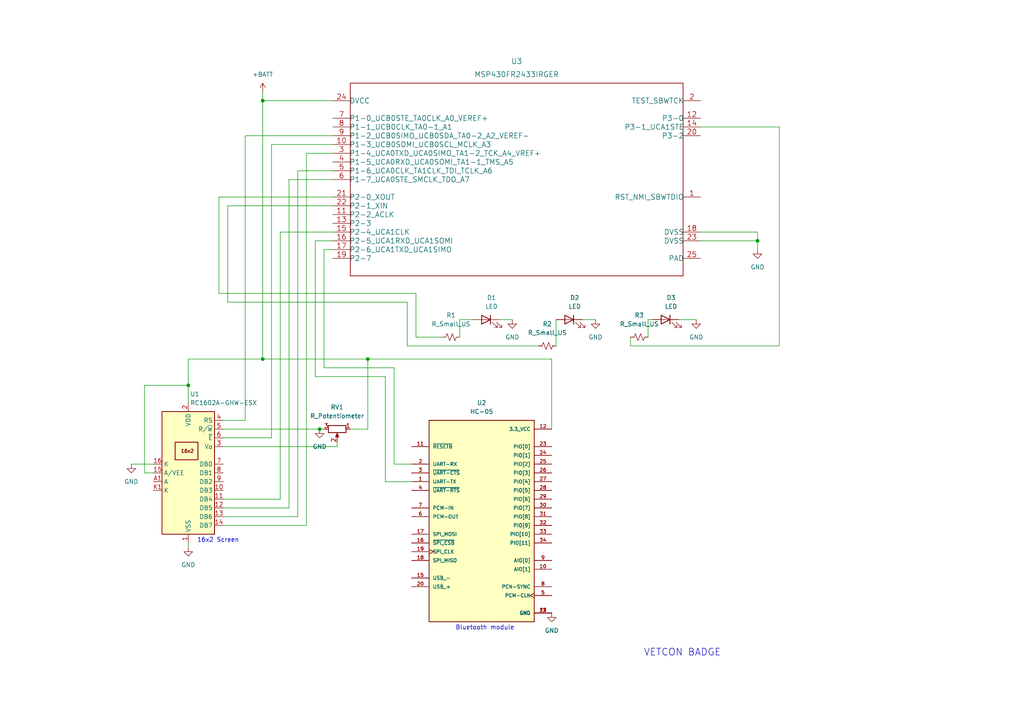
<source format=kicad_sch>
(kicad_sch (version 20211123) (generator eeschema)

  (uuid 9538e4ed-27e6-4c37-b989-9859dc0d49e8)

  (paper "A4")

  (lib_symbols
    (symbol "2022-02-01_21-37-59:MSP430FR2433IRGER" (pin_names (offset -0.254)) (in_bom yes) (on_board yes)
      (property "Reference" "U" (id 0) (at 0 2.54 0)
        (effects (font (size 1.524 1.524)))
      )
      (property "Value" "MSP430FR2433IRGER" (id 1) (at 0 0 0)
        (effects (font (size 1.524 1.524)))
      )
      (property "Footprint" "RGE0024G" (id 2) (at 0 -1.524 0)
        (effects (font (size 1.524 1.524)) hide)
      )
      (property "Datasheet" "" (id 3) (at 0 0 0)
        (effects (font (size 1.524 1.524)))
      )
      (property "ki_locked" "" (id 4) (at 0 0 0)
        (effects (font (size 1.27 1.27)))
      )
      (property "ki_fp_filters" "RGE0024G RGE0024G_NV" (id 5) (at 0 0 0)
        (effects (font (size 1.27 1.27)) hide)
      )
      (symbol "MSP430FR2433IRGER_1_1"
        (polyline
          (pts
            (xy -48.26 -27.94)
            (xy 48.26 -27.94)
          )
          (stroke (width 0.2032) (type default) (color 0 0 0 0))
          (fill (type none))
        )
        (polyline
          (pts
            (xy -48.26 27.94)
            (xy -48.26 -27.94)
          )
          (stroke (width 0.2032) (type default) (color 0 0 0 0))
          (fill (type none))
        )
        (polyline
          (pts
            (xy 48.26 -27.94)
            (xy 48.26 27.94)
          )
          (stroke (width 0.2032) (type default) (color 0 0 0 0))
          (fill (type none))
        )
        (polyline
          (pts
            (xy 48.26 27.94)
            (xy -48.26 27.94)
          )
          (stroke (width 0.2032) (type default) (color 0 0 0 0))
          (fill (type none))
        )
        (pin bidirectional line (at 53.34 -5.08 180) (length 5.08)
          (name "RST_NMI_SBWTDIO" (effects (font (size 1.4986 1.4986))))
          (number "1" (effects (font (size 1.4986 1.4986))))
        )
        (pin bidirectional line (at -53.34 10.16 0) (length 5.08)
          (name "P1-3_UCB0SOMI_UCB0SCL_MCLK_A3" (effects (font (size 1.4986 1.4986))))
          (number "10" (effects (font (size 1.4986 1.4986))))
        )
        (pin bidirectional line (at -53.34 -10.16 0) (length 5.08)
          (name "P2-2_ACLK" (effects (font (size 1.4986 1.4986))))
          (number "11" (effects (font (size 1.4986 1.4986))))
        )
        (pin bidirectional line (at 53.34 17.78 180) (length 5.08)
          (name "P3-0" (effects (font (size 1.4986 1.4986))))
          (number "12" (effects (font (size 1.4986 1.4986))))
        )
        (pin bidirectional line (at -53.34 -12.7 0) (length 5.08)
          (name "P2-3" (effects (font (size 1.4986 1.4986))))
          (number "13" (effects (font (size 1.4986 1.4986))))
        )
        (pin bidirectional line (at 53.34 15.24 180) (length 5.08)
          (name "P3-1_UCA1STE" (effects (font (size 1.4986 1.4986))))
          (number "14" (effects (font (size 1.4986 1.4986))))
        )
        (pin bidirectional line (at -53.34 -15.24 0) (length 5.08)
          (name "P2-4_UCA1CLK" (effects (font (size 1.4986 1.4986))))
          (number "15" (effects (font (size 1.4986 1.4986))))
        )
        (pin bidirectional line (at -53.34 -17.78 0) (length 5.08)
          (name "P2-5_UCA1RXD_UCA1SOMI" (effects (font (size 1.4986 1.4986))))
          (number "16" (effects (font (size 1.4986 1.4986))))
        )
        (pin bidirectional line (at -53.34 -20.32 0) (length 5.08)
          (name "P2-6_UCA1TXD_UCA1SIMO" (effects (font (size 1.4986 1.4986))))
          (number "17" (effects (font (size 1.4986 1.4986))))
        )
        (pin power_in line (at 53.34 -15.24 180) (length 5.08)
          (name "DVSS" (effects (font (size 1.4986 1.4986))))
          (number "18" (effects (font (size 1.4986 1.4986))))
        )
        (pin bidirectional line (at -53.34 -22.86 0) (length 5.08)
          (name "P2-7" (effects (font (size 1.4986 1.4986))))
          (number "19" (effects (font (size 1.4986 1.4986))))
        )
        (pin input line (at 53.34 22.86 180) (length 5.08)
          (name "TEST_SBWTCK" (effects (font (size 1.4986 1.4986))))
          (number "2" (effects (font (size 1.4986 1.4986))))
        )
        (pin bidirectional line (at 53.34 12.7 180) (length 5.08)
          (name "P3-2" (effects (font (size 1.4986 1.4986))))
          (number "20" (effects (font (size 1.4986 1.4986))))
        )
        (pin bidirectional line (at -53.34 -5.08 0) (length 5.08)
          (name "P2-0_XOUT" (effects (font (size 1.4986 1.4986))))
          (number "21" (effects (font (size 1.4986 1.4986))))
        )
        (pin bidirectional line (at -53.34 -7.62 0) (length 5.08)
          (name "P2-1_XIN" (effects (font (size 1.4986 1.4986))))
          (number "22" (effects (font (size 1.4986 1.4986))))
        )
        (pin power_in line (at 53.34 -17.78 180) (length 5.08)
          (name "DVSS" (effects (font (size 1.4986 1.4986))))
          (number "23" (effects (font (size 1.4986 1.4986))))
        )
        (pin power_in line (at -53.34 22.86 0) (length 5.08)
          (name "DVCC" (effects (font (size 1.4986 1.4986))))
          (number "24" (effects (font (size 1.4986 1.4986))))
        )
        (pin power_in line (at 53.34 -22.86 180) (length 5.08)
          (name "PAD" (effects (font (size 1.4986 1.4986))))
          (number "25" (effects (font (size 1.4986 1.4986))))
        )
        (pin bidirectional line (at -53.34 7.62 0) (length 5.08)
          (name "P1-4_UCA0TXD_UCA0SIMO_TA1-2_TCK_A4_VREF+" (effects (font (size 1.4986 1.4986))))
          (number "3" (effects (font (size 1.4986 1.4986))))
        )
        (pin bidirectional line (at -53.34 5.08 0) (length 5.08)
          (name "P1-5_UCA0RXD_UCA0SOMI_TA1-1_TMS_A5" (effects (font (size 1.4986 1.4986))))
          (number "4" (effects (font (size 1.4986 1.4986))))
        )
        (pin bidirectional line (at -53.34 2.54 0) (length 5.08)
          (name "P1-6_UCA0CLK_TA1CLK_TDI_TCLK_A6" (effects (font (size 1.4986 1.4986))))
          (number "5" (effects (font (size 1.4986 1.4986))))
        )
        (pin bidirectional line (at -53.34 0 0) (length 5.08)
          (name "P1-7_UCA0STE_SMCLK_TDO_A7" (effects (font (size 1.4986 1.4986))))
          (number "6" (effects (font (size 1.4986 1.4986))))
        )
        (pin bidirectional line (at -53.34 17.78 0) (length 5.08)
          (name "P1-0_UCB0STE_TA0CLK_A0_VEREF+" (effects (font (size 1.4986 1.4986))))
          (number "7" (effects (font (size 1.4986 1.4986))))
        )
        (pin bidirectional line (at -53.34 15.24 0) (length 5.08)
          (name "P1-1_UCB0CLK_TA0-1_A1" (effects (font (size 1.4986 1.4986))))
          (number "8" (effects (font (size 1.4986 1.4986))))
        )
        (pin bidirectional line (at -53.34 12.7 0) (length 5.08)
          (name "P1-2_UCB0SIMO_UCB0SDA_TA0-2_A2_VEREF-" (effects (font (size 1.4986 1.4986))))
          (number "9" (effects (font (size 1.4986 1.4986))))
        )
      )
    )
    (symbol "Device:LED" (pin_numbers hide) (pin_names (offset 1.016) hide) (in_bom yes) (on_board yes)
      (property "Reference" "D" (id 0) (at 0 2.54 0)
        (effects (font (size 1.27 1.27)))
      )
      (property "Value" "LED" (id 1) (at 0 -2.54 0)
        (effects (font (size 1.27 1.27)))
      )
      (property "Footprint" "" (id 2) (at 0 0 0)
        (effects (font (size 1.27 1.27)) hide)
      )
      (property "Datasheet" "~" (id 3) (at 0 0 0)
        (effects (font (size 1.27 1.27)) hide)
      )
      (property "ki_keywords" "LED diode" (id 4) (at 0 0 0)
        (effects (font (size 1.27 1.27)) hide)
      )
      (property "ki_description" "Light emitting diode" (id 5) (at 0 0 0)
        (effects (font (size 1.27 1.27)) hide)
      )
      (property "ki_fp_filters" "LED* LED_SMD:* LED_THT:*" (id 6) (at 0 0 0)
        (effects (font (size 1.27 1.27)) hide)
      )
      (symbol "LED_0_1"
        (polyline
          (pts
            (xy -1.27 -1.27)
            (xy -1.27 1.27)
          )
          (stroke (width 0.254) (type default) (color 0 0 0 0))
          (fill (type none))
        )
        (polyline
          (pts
            (xy -1.27 0)
            (xy 1.27 0)
          )
          (stroke (width 0) (type default) (color 0 0 0 0))
          (fill (type none))
        )
        (polyline
          (pts
            (xy 1.27 -1.27)
            (xy 1.27 1.27)
            (xy -1.27 0)
            (xy 1.27 -1.27)
          )
          (stroke (width 0.254) (type default) (color 0 0 0 0))
          (fill (type none))
        )
        (polyline
          (pts
            (xy -3.048 -0.762)
            (xy -4.572 -2.286)
            (xy -3.81 -2.286)
            (xy -4.572 -2.286)
            (xy -4.572 -1.524)
          )
          (stroke (width 0) (type default) (color 0 0 0 0))
          (fill (type none))
        )
        (polyline
          (pts
            (xy -1.778 -0.762)
            (xy -3.302 -2.286)
            (xy -2.54 -2.286)
            (xy -3.302 -2.286)
            (xy -3.302 -1.524)
          )
          (stroke (width 0) (type default) (color 0 0 0 0))
          (fill (type none))
        )
      )
      (symbol "LED_1_1"
        (pin passive line (at -3.81 0 0) (length 2.54)
          (name "K" (effects (font (size 1.27 1.27))))
          (number "1" (effects (font (size 1.27 1.27))))
        )
        (pin passive line (at 3.81 0 180) (length 2.54)
          (name "A" (effects (font (size 1.27 1.27))))
          (number "2" (effects (font (size 1.27 1.27))))
        )
      )
    )
    (symbol "Device:R_Potentiometer" (pin_names (offset 1.016) hide) (in_bom yes) (on_board yes)
      (property "Reference" "RV" (id 0) (at -4.445 0 90)
        (effects (font (size 1.27 1.27)))
      )
      (property "Value" "R_Potentiometer" (id 1) (at -2.54 0 90)
        (effects (font (size 1.27 1.27)))
      )
      (property "Footprint" "" (id 2) (at 0 0 0)
        (effects (font (size 1.27 1.27)) hide)
      )
      (property "Datasheet" "~" (id 3) (at 0 0 0)
        (effects (font (size 1.27 1.27)) hide)
      )
      (property "ki_keywords" "resistor variable" (id 4) (at 0 0 0)
        (effects (font (size 1.27 1.27)) hide)
      )
      (property "ki_description" "Potentiometer" (id 5) (at 0 0 0)
        (effects (font (size 1.27 1.27)) hide)
      )
      (property "ki_fp_filters" "Potentiometer*" (id 6) (at 0 0 0)
        (effects (font (size 1.27 1.27)) hide)
      )
      (symbol "R_Potentiometer_0_1"
        (polyline
          (pts
            (xy 2.54 0)
            (xy 1.524 0)
          )
          (stroke (width 0) (type default) (color 0 0 0 0))
          (fill (type none))
        )
        (polyline
          (pts
            (xy 1.143 0)
            (xy 2.286 0.508)
            (xy 2.286 -0.508)
            (xy 1.143 0)
          )
          (stroke (width 0) (type default) (color 0 0 0 0))
          (fill (type outline))
        )
        (rectangle (start 1.016 2.54) (end -1.016 -2.54)
          (stroke (width 0.254) (type default) (color 0 0 0 0))
          (fill (type none))
        )
      )
      (symbol "R_Potentiometer_1_1"
        (pin passive line (at 0 3.81 270) (length 1.27)
          (name "1" (effects (font (size 1.27 1.27))))
          (number "1" (effects (font (size 1.27 1.27))))
        )
        (pin passive line (at 3.81 0 180) (length 1.27)
          (name "2" (effects (font (size 1.27 1.27))))
          (number "2" (effects (font (size 1.27 1.27))))
        )
        (pin passive line (at 0 -3.81 90) (length 1.27)
          (name "3" (effects (font (size 1.27 1.27))))
          (number "3" (effects (font (size 1.27 1.27))))
        )
      )
    )
    (symbol "Device:R_Small_US" (pin_numbers hide) (pin_names (offset 0.254) hide) (in_bom yes) (on_board yes)
      (property "Reference" "R" (id 0) (at 0.762 0.508 0)
        (effects (font (size 1.27 1.27)) (justify left))
      )
      (property "Value" "R_Small_US" (id 1) (at 0.762 -1.016 0)
        (effects (font (size 1.27 1.27)) (justify left))
      )
      (property "Footprint" "" (id 2) (at 0 0 0)
        (effects (font (size 1.27 1.27)) hide)
      )
      (property "Datasheet" "~" (id 3) (at 0 0 0)
        (effects (font (size 1.27 1.27)) hide)
      )
      (property "ki_keywords" "r resistor" (id 4) (at 0 0 0)
        (effects (font (size 1.27 1.27)) hide)
      )
      (property "ki_description" "Resistor, small US symbol" (id 5) (at 0 0 0)
        (effects (font (size 1.27 1.27)) hide)
      )
      (property "ki_fp_filters" "R_*" (id 6) (at 0 0 0)
        (effects (font (size 1.27 1.27)) hide)
      )
      (symbol "R_Small_US_1_1"
        (polyline
          (pts
            (xy 0 0)
            (xy 1.016 -0.381)
            (xy 0 -0.762)
            (xy -1.016 -1.143)
            (xy 0 -1.524)
          )
          (stroke (width 0) (type default) (color 0 0 0 0))
          (fill (type none))
        )
        (polyline
          (pts
            (xy 0 1.524)
            (xy 1.016 1.143)
            (xy 0 0.762)
            (xy -1.016 0.381)
            (xy 0 0)
          )
          (stroke (width 0) (type default) (color 0 0 0 0))
          (fill (type none))
        )
        (pin passive line (at 0 2.54 270) (length 1.016)
          (name "~" (effects (font (size 1.27 1.27))))
          (number "1" (effects (font (size 1.27 1.27))))
        )
        (pin passive line (at 0 -2.54 90) (length 1.016)
          (name "~" (effects (font (size 1.27 1.27))))
          (number "2" (effects (font (size 1.27 1.27))))
        )
      )
    )
    (symbol "Display_Character:RC1602A-GHW-ESX" (in_bom yes) (on_board yes)
      (property "Reference" "U" (id 0) (at -5.842 19.05 0)
        (effects (font (size 1.27 1.27)))
      )
      (property "Value" "RC1602A-GHW-ESX" (id 1) (at 3.81 19.05 0)
        (effects (font (size 1.27 1.27)) (justify left))
      )
      (property "Footprint" "Display:RC1602A" (id 2) (at 0 -22.86 0)
        (effects (font (size 1.27 1.27) italic) hide)
      )
      (property "Datasheet" "http://www.raystar-optronics.com/down.php?ProID=18" (id 3) (at -12.7 17.78 0)
        (effects (font (size 1.27 1.27)) hide)
      )
      (property "ki_keywords" "display LCD dot-matrix" (id 4) (at 0 0 0)
        (effects (font (size 1.27 1.27)) hide)
      )
      (property "ki_description" "LCD 16x2 Alphanumeric 16pin Gray Backlight" (id 5) (at 0 0 0)
        (effects (font (size 1.27 1.27)) hide)
      )
      (property "ki_fp_filters" "RC1602A*" (id 6) (at 0 0 0)
        (effects (font (size 1.27 1.27)) hide)
      )
      (symbol "RC1602A-GHW-ESX_0_0"
        (rectangle (start -2.794 8.89) (end 3.81 3.81)
          (stroke (width 0.254) (type default) (color 0 0 0 0))
          (fill (type background))
        )
        (text "16x2" (at 0.254 6.35 0)
          (effects (font (size 0.9906 0.9906) bold))
        )
      )
      (symbol "RC1602A-GHW-ESX_0_1"
        (rectangle (start -7.62 17.78) (end 7.62 -17.78)
          (stroke (width 0.254) (type default) (color 0 0 0 0))
          (fill (type background))
        )
      )
      (symbol "RC1602A-GHW-ESX_1_1"
        (pin power_in line (at 0 -20.32 90) (length 2.54)
          (name "VSS" (effects (font (size 1.27 1.27))))
          (number "1" (effects (font (size 1.27 1.27))))
        )
        (pin bidirectional line (at -10.16 -5.08 0) (length 2.54)
          (name "DB3" (effects (font (size 1.27 1.27))))
          (number "10" (effects (font (size 1.27 1.27))))
        )
        (pin bidirectional line (at -10.16 -7.62 0) (length 2.54)
          (name "DB4" (effects (font (size 1.27 1.27))))
          (number "11" (effects (font (size 1.27 1.27))))
        )
        (pin bidirectional line (at -10.16 -10.16 0) (length 2.54)
          (name "DB5" (effects (font (size 1.27 1.27))))
          (number "12" (effects (font (size 1.27 1.27))))
        )
        (pin bidirectional line (at -10.16 -12.7 0) (length 2.54)
          (name "DB6" (effects (font (size 1.27 1.27))))
          (number "13" (effects (font (size 1.27 1.27))))
        )
        (pin bidirectional line (at -10.16 -15.24 0) (length 2.54)
          (name "DB7" (effects (font (size 1.27 1.27))))
          (number "14" (effects (font (size 1.27 1.27))))
        )
        (pin passive line (at 10.16 0 180) (length 2.54)
          (name "A/VEE" (effects (font (size 1.27 1.27))))
          (number "15" (effects (font (size 1.27 1.27))))
        )
        (pin passive line (at 10.16 2.54 180) (length 2.54)
          (name "K" (effects (font (size 1.27 1.27))))
          (number "16" (effects (font (size 1.27 1.27))))
        )
        (pin power_in line (at 0 20.32 270) (length 2.54)
          (name "VDD" (effects (font (size 1.27 1.27))))
          (number "2" (effects (font (size 1.27 1.27))))
        )
        (pin input line (at -10.16 7.62 0) (length 2.54)
          (name "Vo" (effects (font (size 1.27 1.27))))
          (number "3" (effects (font (size 1.27 1.27))))
        )
        (pin input line (at -10.16 15.24 0) (length 2.54)
          (name "RS" (effects (font (size 1.27 1.27))))
          (number "4" (effects (font (size 1.27 1.27))))
        )
        (pin input line (at -10.16 12.7 0) (length 2.54)
          (name "R/~{W}" (effects (font (size 1.27 1.27))))
          (number "5" (effects (font (size 1.27 1.27))))
        )
        (pin input line (at -10.16 10.16 0) (length 2.54)
          (name "~{E}" (effects (font (size 1.27 1.27))))
          (number "6" (effects (font (size 1.27 1.27))))
        )
        (pin bidirectional line (at -10.16 2.54 0) (length 2.54)
          (name "DB0" (effects (font (size 1.27 1.27))))
          (number "7" (effects (font (size 1.27 1.27))))
        )
        (pin bidirectional line (at -10.16 0 0) (length 2.54)
          (name "DB1" (effects (font (size 1.27 1.27))))
          (number "8" (effects (font (size 1.27 1.27))))
        )
        (pin bidirectional line (at -10.16 -2.54 0) (length 2.54)
          (name "DB2" (effects (font (size 1.27 1.27))))
          (number "9" (effects (font (size 1.27 1.27))))
        )
        (pin passive line (at 10.16 -2.54 180) (length 2.54)
          (name "A" (effects (font (size 1.27 1.27))))
          (number "A1" (effects (font (size 1.27 1.27))))
        )
        (pin passive line (at 10.16 -5.08 180) (length 2.54)
          (name "K" (effects (font (size 1.27 1.27))))
          (number "K1" (effects (font (size 1.27 1.27))))
        )
      )
    )
    (symbol "HC-05:HC-05" (pin_names (offset 1.016)) (in_bom yes) (on_board yes)
      (property "Reference" "U" (id 0) (at -15.24 31.115 0)
        (effects (font (size 1.27 1.27)) (justify left bottom))
      )
      (property "Value" "HC-05" (id 1) (at -15.24 -30.48 0)
        (effects (font (size 1.27 1.27)) (justify left bottom))
      )
      (property "Footprint" "XCVR_HC-05" (id 2) (at 0 0 0)
        (effects (font (size 1.27 1.27)) (justify left bottom) hide)
      )
      (property "Datasheet" "" (id 3) (at 0 0 0)
        (effects (font (size 1.27 1.27)) (justify left bottom) hide)
      )
      (property "MF" "HuiCheng" (id 4) (at 0 0 0)
        (effects (font (size 1.27 1.27)) (justify left bottom) hide)
      )
      (property "PARTREV" "v1.0" (id 5) (at 0 0 0)
        (effects (font (size 1.27 1.27)) (justify left bottom) hide)
      )
      (property "STANDARD" "Manufacturer Recommendations" (id 6) (at 0 0 0)
        (effects (font (size 1.27 1.27)) (justify left bottom) hide)
      )
      (property "ki_locked" "" (id 7) (at 0 0 0)
        (effects (font (size 1.27 1.27)))
      )
      (symbol "HC-05_0_0"
        (rectangle (start -15.24 -27.94) (end 15.24 30.48)
          (stroke (width 0.254) (type default) (color 0 0 0 0))
          (fill (type background))
        )
        (pin output line (at -20.32 12.7 0) (length 5.08)
          (name "UART-TX" (effects (font (size 1.016 1.016))))
          (number "1" (effects (font (size 1.016 1.016))))
        )
        (pin bidirectional line (at 20.32 -12.7 180) (length 5.08)
          (name "AIO[1]" (effects (font (size 1.016 1.016))))
          (number "10" (effects (font (size 1.016 1.016))))
        )
        (pin input line (at -20.32 22.86 0) (length 5.08)
          (name "~{RESETB}" (effects (font (size 1.016 1.016))))
          (number "11" (effects (font (size 1.016 1.016))))
        )
        (pin power_in line (at 20.32 27.94 180) (length 5.08)
          (name "3.3_VCC" (effects (font (size 1.016 1.016))))
          (number "12" (effects (font (size 1.016 1.016))))
        )
        (pin power_in line (at 20.32 -25.4 180) (length 5.08)
          (name "GND" (effects (font (size 1.016 1.016))))
          (number "13" (effects (font (size 1.016 1.016))))
        )
        (pin bidirectional line (at -20.32 -15.24 0) (length 5.08)
          (name "USB_-" (effects (font (size 1.016 1.016))))
          (number "15" (effects (font (size 1.016 1.016))))
        )
        (pin input line (at -20.32 -5.08 0) (length 5.08)
          (name "~{SPI_CSB}" (effects (font (size 1.016 1.016))))
          (number "16" (effects (font (size 1.016 1.016))))
        )
        (pin input line (at -20.32 -2.54 0) (length 5.08)
          (name "SPI_MOSI" (effects (font (size 1.016 1.016))))
          (number "17" (effects (font (size 1.016 1.016))))
        )
        (pin output line (at -20.32 -10.16 0) (length 5.08)
          (name "SPI_MISO" (effects (font (size 1.016 1.016))))
          (number "18" (effects (font (size 1.016 1.016))))
        )
        (pin input clock (at -20.32 -7.62 0) (length 5.08)
          (name "SPI_CLK" (effects (font (size 1.016 1.016))))
          (number "19" (effects (font (size 1.016 1.016))))
        )
        (pin input line (at -20.32 17.78 0) (length 5.08)
          (name "UART-RX" (effects (font (size 1.016 1.016))))
          (number "2" (effects (font (size 1.016 1.016))))
        )
        (pin bidirectional line (at -20.32 -17.78 0) (length 5.08)
          (name "USB_+" (effects (font (size 1.016 1.016))))
          (number "20" (effects (font (size 1.016 1.016))))
        )
        (pin power_in line (at 20.32 -25.4 180) (length 5.08)
          (name "GND" (effects (font (size 1.016 1.016))))
          (number "21" (effects (font (size 1.016 1.016))))
        )
        (pin power_in line (at 20.32 -25.4 180) (length 5.08)
          (name "GND" (effects (font (size 1.016 1.016))))
          (number "22" (effects (font (size 1.016 1.016))))
        )
        (pin bidirectional line (at 20.32 22.86 180) (length 5.08)
          (name "PIO[0]" (effects (font (size 1.016 1.016))))
          (number "23" (effects (font (size 1.016 1.016))))
        )
        (pin bidirectional line (at 20.32 20.32 180) (length 5.08)
          (name "PIO[1]" (effects (font (size 1.016 1.016))))
          (number "24" (effects (font (size 1.016 1.016))))
        )
        (pin bidirectional line (at 20.32 17.78 180) (length 5.08)
          (name "PIO[2]" (effects (font (size 1.016 1.016))))
          (number "25" (effects (font (size 1.016 1.016))))
        )
        (pin bidirectional line (at 20.32 15.24 180) (length 5.08)
          (name "PIO[3]" (effects (font (size 1.016 1.016))))
          (number "26" (effects (font (size 1.016 1.016))))
        )
        (pin bidirectional line (at 20.32 12.7 180) (length 5.08)
          (name "PIO[4]" (effects (font (size 1.016 1.016))))
          (number "27" (effects (font (size 1.016 1.016))))
        )
        (pin bidirectional line (at 20.32 10.16 180) (length 5.08)
          (name "PIO[5]" (effects (font (size 1.016 1.016))))
          (number "28" (effects (font (size 1.016 1.016))))
        )
        (pin bidirectional line (at 20.32 7.62 180) (length 5.08)
          (name "PIO[6]" (effects (font (size 1.016 1.016))))
          (number "29" (effects (font (size 1.016 1.016))))
        )
        (pin input line (at -20.32 15.24 0) (length 5.08)
          (name "~{UART-CTS}" (effects (font (size 1.016 1.016))))
          (number "3" (effects (font (size 1.016 1.016))))
        )
        (pin bidirectional line (at 20.32 5.08 180) (length 5.08)
          (name "PIO[7]" (effects (font (size 1.016 1.016))))
          (number "30" (effects (font (size 1.016 1.016))))
        )
        (pin bidirectional line (at 20.32 2.54 180) (length 5.08)
          (name "PIO[8]" (effects (font (size 1.016 1.016))))
          (number "31" (effects (font (size 1.016 1.016))))
        )
        (pin bidirectional line (at 20.32 0 180) (length 5.08)
          (name "PIO[9]" (effects (font (size 1.016 1.016))))
          (number "32" (effects (font (size 1.016 1.016))))
        )
        (pin bidirectional line (at 20.32 -2.54 180) (length 5.08)
          (name "PIO[10]" (effects (font (size 1.016 1.016))))
          (number "33" (effects (font (size 1.016 1.016))))
        )
        (pin bidirectional line (at 20.32 -5.08 180) (length 5.08)
          (name "PIO[11]" (effects (font (size 1.016 1.016))))
          (number "34" (effects (font (size 1.016 1.016))))
        )
        (pin output line (at -20.32 10.16 0) (length 5.08)
          (name "~{UART-RTS}" (effects (font (size 1.016 1.016))))
          (number "4" (effects (font (size 1.016 1.016))))
        )
        (pin bidirectional clock (at 20.32 -20.32 180) (length 5.08)
          (name "PCM-CLK" (effects (font (size 1.016 1.016))))
          (number "5" (effects (font (size 1.016 1.016))))
        )
        (pin output line (at -20.32 2.54 0) (length 5.08)
          (name "PCM-OUT" (effects (font (size 1.016 1.016))))
          (number "6" (effects (font (size 1.016 1.016))))
        )
        (pin input line (at -20.32 5.08 0) (length 5.08)
          (name "PCM-IN" (effects (font (size 1.016 1.016))))
          (number "7" (effects (font (size 1.016 1.016))))
        )
        (pin bidirectional line (at 20.32 -17.78 180) (length 5.08)
          (name "PCN-SYNC" (effects (font (size 1.016 1.016))))
          (number "8" (effects (font (size 1.016 1.016))))
        )
        (pin bidirectional line (at 20.32 -10.16 180) (length 5.08)
          (name "AIO[0]" (effects (font (size 1.016 1.016))))
          (number "9" (effects (font (size 1.016 1.016))))
        )
      )
    )
    (symbol "power:+BATT" (power) (pin_names (offset 0)) (in_bom yes) (on_board yes)
      (property "Reference" "#PWR" (id 0) (at 0 -3.81 0)
        (effects (font (size 1.27 1.27)) hide)
      )
      (property "Value" "+BATT" (id 1) (at 0 3.556 0)
        (effects (font (size 1.27 1.27)))
      )
      (property "Footprint" "" (id 2) (at 0 0 0)
        (effects (font (size 1.27 1.27)) hide)
      )
      (property "Datasheet" "" (id 3) (at 0 0 0)
        (effects (font (size 1.27 1.27)) hide)
      )
      (property "ki_keywords" "power-flag battery" (id 4) (at 0 0 0)
        (effects (font (size 1.27 1.27)) hide)
      )
      (property "ki_description" "Power symbol creates a global label with name \"+BATT\"" (id 5) (at 0 0 0)
        (effects (font (size 1.27 1.27)) hide)
      )
      (symbol "+BATT_0_1"
        (polyline
          (pts
            (xy -0.762 1.27)
            (xy 0 2.54)
          )
          (stroke (width 0) (type default) (color 0 0 0 0))
          (fill (type none))
        )
        (polyline
          (pts
            (xy 0 0)
            (xy 0 2.54)
          )
          (stroke (width 0) (type default) (color 0 0 0 0))
          (fill (type none))
        )
        (polyline
          (pts
            (xy 0 2.54)
            (xy 0.762 1.27)
          )
          (stroke (width 0) (type default) (color 0 0 0 0))
          (fill (type none))
        )
      )
      (symbol "+BATT_1_1"
        (pin power_in line (at 0 0 90) (length 0) hide
          (name "+BATT" (effects (font (size 1.27 1.27))))
          (number "1" (effects (font (size 1.27 1.27))))
        )
      )
    )
    (symbol "power:GND" (power) (pin_names (offset 0)) (in_bom yes) (on_board yes)
      (property "Reference" "#PWR" (id 0) (at 0 -6.35 0)
        (effects (font (size 1.27 1.27)) hide)
      )
      (property "Value" "GND" (id 1) (at 0 -3.81 0)
        (effects (font (size 1.27 1.27)))
      )
      (property "Footprint" "" (id 2) (at 0 0 0)
        (effects (font (size 1.27 1.27)) hide)
      )
      (property "Datasheet" "" (id 3) (at 0 0 0)
        (effects (font (size 1.27 1.27)) hide)
      )
      (property "ki_keywords" "power-flag" (id 4) (at 0 0 0)
        (effects (font (size 1.27 1.27)) hide)
      )
      (property "ki_description" "Power symbol creates a global label with name \"GND\" , ground" (id 5) (at 0 0 0)
        (effects (font (size 1.27 1.27)) hide)
      )
      (symbol "GND_0_1"
        (polyline
          (pts
            (xy 0 0)
            (xy 0 -1.27)
            (xy 1.27 -1.27)
            (xy 0 -2.54)
            (xy -1.27 -1.27)
            (xy 0 -1.27)
          )
          (stroke (width 0) (type default) (color 0 0 0 0))
          (fill (type none))
        )
      )
      (symbol "GND_1_1"
        (pin power_in line (at 0 0 270) (length 0) hide
          (name "GND" (effects (font (size 1.27 1.27))))
          (number "1" (effects (font (size 1.27 1.27))))
        )
      )
    )
  )

  (junction (at 106.68 104.14) (diameter 0) (color 0 0 0 0)
    (uuid 6ce57472-6b90-41f3-98e2-3a97757cbb65)
  )
  (junction (at 92.71 124.46) (diameter 0) (color 0 0 0 0)
    (uuid 86acccca-8ea8-4a33-9c14-501a50555f73)
  )
  (junction (at 54.61 111.76) (diameter 0) (color 0 0 0 0)
    (uuid a48b5cea-835c-44d5-9942-d052edc6fd32)
  )
  (junction (at 219.71 69.85) (diameter 0) (color 0 0 0 0)
    (uuid c10bdcc6-38ec-437a-97fb-ed3414610ef8)
  )
  (junction (at 76.2 104.14) (diameter 0) (color 0 0 0 0)
    (uuid c7f27b69-0daa-4e3b-b22c-4a3cc285bbfd)
  )
  (junction (at 76.2 29.21) (diameter 0) (color 0 0 0 0)
    (uuid d12440d8-81f5-4dde-987d-faf8d5870e7f)
  )

  (wire (pts (xy 64.77 149.86) (xy 86.36 149.86))
    (stroke (width 0) (type default) (color 0 0 0 0))
    (uuid 039aae06-9d6b-40b1-acc4-cd2e37017f92)
  )
  (wire (pts (xy 203.2 67.31) (xy 219.71 67.31))
    (stroke (width 0) (type default) (color 0 0 0 0))
    (uuid 064d298b-1733-46d3-bac4-9d9dcfeb1177)
  )
  (wire (pts (xy 182.88 100.33) (xy 182.88 97.79))
    (stroke (width 0) (type default) (color 0 0 0 0))
    (uuid 0bd5c02a-53ae-412c-90fb-957a51542884)
  )
  (wire (pts (xy 93.98 106.68) (xy 93.98 72.39))
    (stroke (width 0) (type default) (color 0 0 0 0))
    (uuid 0e846abf-b8f8-4ce2-ab3e-886d4e82d643)
  )
  (wire (pts (xy 96.52 52.07) (xy 83.82 52.07))
    (stroke (width 0) (type default) (color 0 0 0 0))
    (uuid 173d214a-38c5-4c7e-9a11-bb28e3acd692)
  )
  (wire (pts (xy 96.52 69.85) (xy 91.44 69.85))
    (stroke (width 0) (type default) (color 0 0 0 0))
    (uuid 1b98296c-4cd5-4312-bddf-18516da79351)
  )
  (wire (pts (xy 114.3 106.68) (xy 93.98 106.68))
    (stroke (width 0) (type default) (color 0 0 0 0))
    (uuid 239beeaf-233d-411c-9b5b-9dd5df4a0238)
  )
  (wire (pts (xy 120.65 97.79) (xy 128.27 97.79))
    (stroke (width 0) (type default) (color 0 0 0 0))
    (uuid 258a5d16-4eec-4832-8fd9-df26bc05352a)
  )
  (wire (pts (xy 187.96 92.71) (xy 189.23 92.71))
    (stroke (width 0) (type default) (color 0 0 0 0))
    (uuid 27fc2200-c898-41fe-bd22-aecde6f5286c)
  )
  (wire (pts (xy 71.12 39.37) (xy 96.52 39.37))
    (stroke (width 0) (type default) (color 0 0 0 0))
    (uuid 2862a72c-e0c8-4e7e-93bf-d4a6e4432ea1)
  )
  (wire (pts (xy 187.96 97.79) (xy 187.96 92.71))
    (stroke (width 0) (type default) (color 0 0 0 0))
    (uuid 2e7f7c03-1cd8-4637-9c57-32f3cd19a836)
  )
  (wire (pts (xy 91.44 109.22) (xy 111.76 109.22))
    (stroke (width 0) (type default) (color 0 0 0 0))
    (uuid 2f66016b-e80c-4c63-85b8-46eb13a4a3f3)
  )
  (wire (pts (xy 76.2 29.21) (xy 96.52 29.21))
    (stroke (width 0) (type default) (color 0 0 0 0))
    (uuid 32deac1d-7a06-4430-8eb0-1080f5bb3753)
  )
  (wire (pts (xy 160.02 104.14) (xy 160.02 124.46))
    (stroke (width 0) (type default) (color 0 0 0 0))
    (uuid 336a98a0-10d1-41d5-bf1d-26e20157fca9)
  )
  (wire (pts (xy 54.61 157.48) (xy 54.61 158.75))
    (stroke (width 0) (type default) (color 0 0 0 0))
    (uuid 356e8417-80f4-43ce-8a98-2e400ef4bb75)
  )
  (wire (pts (xy 120.65 85.09) (xy 120.65 97.79))
    (stroke (width 0) (type default) (color 0 0 0 0))
    (uuid 3572bf7a-2a77-41b8-8383-5989ac653e8a)
  )
  (wire (pts (xy 64.77 144.78) (xy 81.28 144.78))
    (stroke (width 0) (type default) (color 0 0 0 0))
    (uuid 357f8760-0cc0-408e-999d-1c3e96393ae9)
  )
  (wire (pts (xy 91.44 69.85) (xy 91.44 109.22))
    (stroke (width 0) (type default) (color 0 0 0 0))
    (uuid 459dad55-42ba-4039-8955-df78566c378e)
  )
  (wire (pts (xy 71.12 121.92) (xy 64.77 121.92))
    (stroke (width 0) (type default) (color 0 0 0 0))
    (uuid 4e675797-0699-4ff4-8e9e-22bff1302ad9)
  )
  (wire (pts (xy 76.2 104.14) (xy 106.68 104.14))
    (stroke (width 0) (type default) (color 0 0 0 0))
    (uuid 5076392f-b1a5-47f7-9b18-562f43be66da)
  )
  (wire (pts (xy 137.16 92.71) (xy 133.35 92.71))
    (stroke (width 0) (type default) (color 0 0 0 0))
    (uuid 553cac0a-ec6e-4f5e-8899-7a6b5fd8270c)
  )
  (wire (pts (xy 148.59 92.71) (xy 144.78 92.71))
    (stroke (width 0) (type default) (color 0 0 0 0))
    (uuid 5841db9f-709d-4575-8408-277e3445e632)
  )
  (wire (pts (xy 88.9 44.45) (xy 88.9 152.4))
    (stroke (width 0) (type default) (color 0 0 0 0))
    (uuid 59723f98-b645-4622-90d9-becac8ade70d)
  )
  (wire (pts (xy 81.28 67.31) (xy 81.28 144.78))
    (stroke (width 0) (type default) (color 0 0 0 0))
    (uuid 5f0d7caa-a746-4bc8-8100-d761b6d89495)
  )
  (wire (pts (xy 219.71 67.31) (xy 219.71 69.85))
    (stroke (width 0) (type default) (color 0 0 0 0))
    (uuid 66a607f6-f7f3-438d-b38f-6a835eae34f1)
  )
  (wire (pts (xy 203.2 36.83) (xy 226.06 36.83))
    (stroke (width 0) (type default) (color 0 0 0 0))
    (uuid 67fd9207-391d-49b6-862a-663f438090b3)
  )
  (wire (pts (xy 203.2 69.85) (xy 219.71 69.85))
    (stroke (width 0) (type default) (color 0 0 0 0))
    (uuid 68eca964-9fa2-4a67-b630-c953d1e85d42)
  )
  (wire (pts (xy 71.12 39.37) (xy 71.12 121.92))
    (stroke (width 0) (type default) (color 0 0 0 0))
    (uuid 6fdccc28-c985-4fd0-8e49-c7cb435b55af)
  )
  (wire (pts (xy 97.79 128.27) (xy 97.79 129.54))
    (stroke (width 0) (type default) (color 0 0 0 0))
    (uuid 7605ba75-9d14-40b7-97e7-586d5e1f9357)
  )
  (wire (pts (xy 114.3 134.62) (xy 114.3 106.68))
    (stroke (width 0) (type default) (color 0 0 0 0))
    (uuid 7aa111c2-e63d-409b-8398-42d9af77c3ec)
  )
  (wire (pts (xy 83.82 52.07) (xy 83.82 147.32))
    (stroke (width 0) (type default) (color 0 0 0 0))
    (uuid 818fea8b-47c5-461a-acbe-ac8e933e16d9)
  )
  (wire (pts (xy 96.52 41.91) (xy 78.74 41.91))
    (stroke (width 0) (type default) (color 0 0 0 0))
    (uuid 860e271c-3f74-4682-8627-382ae2ca397f)
  )
  (wire (pts (xy 111.76 109.22) (xy 111.76 139.7))
    (stroke (width 0) (type default) (color 0 0 0 0))
    (uuid 862de252-7c43-433f-92d4-b3c300d1d3ad)
  )
  (wire (pts (xy 66.04 59.69) (xy 66.04 87.63))
    (stroke (width 0) (type default) (color 0 0 0 0))
    (uuid 87eb9394-63d2-4202-9aed-51766151dd76)
  )
  (wire (pts (xy 101.6 124.46) (xy 106.68 124.46))
    (stroke (width 0) (type default) (color 0 0 0 0))
    (uuid 88a82853-bcc8-4209-a203-919b7e9d4547)
  )
  (wire (pts (xy 106.68 124.46) (xy 106.68 104.14))
    (stroke (width 0) (type default) (color 0 0 0 0))
    (uuid 8c20d218-409f-4c3f-9375-f47285060881)
  )
  (wire (pts (xy 111.76 139.7) (xy 119.38 139.7))
    (stroke (width 0) (type default) (color 0 0 0 0))
    (uuid 8d0e568c-c299-4b24-8b9b-0191901f2d04)
  )
  (wire (pts (xy 96.52 49.53) (xy 86.36 49.53))
    (stroke (width 0) (type default) (color 0 0 0 0))
    (uuid 8e3ec34a-9acc-474f-b9c4-4c20fbb372cb)
  )
  (wire (pts (xy 41.91 111.76) (xy 54.61 111.76))
    (stroke (width 0) (type default) (color 0 0 0 0))
    (uuid 914a96d8-bf6d-417b-ae95-4b489a50135d)
  )
  (wire (pts (xy 201.93 92.71) (xy 196.85 92.71))
    (stroke (width 0) (type default) (color 0 0 0 0))
    (uuid 9233001e-d0a4-4cfa-b53f-073edd1ab5fd)
  )
  (wire (pts (xy 64.77 127) (xy 78.74 127))
    (stroke (width 0) (type default) (color 0 0 0 0))
    (uuid 972ef462-fdf0-42c9-9a86-6c099f5c4c06)
  )
  (wire (pts (xy 76.2 29.21) (xy 76.2 104.14))
    (stroke (width 0) (type default) (color 0 0 0 0))
    (uuid 9b9c7199-247b-44d4-8918-fc07ff3c6fec)
  )
  (wire (pts (xy 219.71 69.85) (xy 219.71 72.39))
    (stroke (width 0) (type default) (color 0 0 0 0))
    (uuid 9bab3bfe-1ff2-4bfd-8658-618a41528fb0)
  )
  (wire (pts (xy 114.3 134.62) (xy 119.38 134.62))
    (stroke (width 0) (type default) (color 0 0 0 0))
    (uuid 9bf747e2-8470-4546-a265-7bc15a29a3a8)
  )
  (wire (pts (xy 133.35 92.71) (xy 133.35 97.79))
    (stroke (width 0) (type default) (color 0 0 0 0))
    (uuid 9f6611f8-4af3-45b8-bc5b-1aae93a91853)
  )
  (wire (pts (xy 44.45 134.62) (xy 38.1 134.62))
    (stroke (width 0) (type default) (color 0 0 0 0))
    (uuid 9fef5eb9-d938-4622-a9af-e982d43150cb)
  )
  (wire (pts (xy 66.04 87.63) (xy 118.11 87.63))
    (stroke (width 0) (type default) (color 0 0 0 0))
    (uuid a1d56ef2-0b77-4826-b1b9-0df0e92640de)
  )
  (wire (pts (xy 64.77 124.46) (xy 92.71 124.46))
    (stroke (width 0) (type default) (color 0 0 0 0))
    (uuid a24bcd8e-1160-4be0-a974-b4558d9c3b8d)
  )
  (wire (pts (xy 44.45 137.16) (xy 41.91 137.16))
    (stroke (width 0) (type default) (color 0 0 0 0))
    (uuid a4406af6-6ac5-491d-85d7-4cfdc573b772)
  )
  (wire (pts (xy 92.71 124.46) (xy 93.98 124.46))
    (stroke (width 0) (type default) (color 0 0 0 0))
    (uuid a65d8fa1-1a81-4030-bfcb-889454aa0f8b)
  )
  (wire (pts (xy 41.91 137.16) (xy 41.91 111.76))
    (stroke (width 0) (type default) (color 0 0 0 0))
    (uuid a80cb227-049f-4f30-ae9c-d0c50654c3c1)
  )
  (wire (pts (xy 118.11 100.33) (xy 156.21 100.33))
    (stroke (width 0) (type default) (color 0 0 0 0))
    (uuid acd90995-2509-4a90-877f-3f9ec0b58749)
  )
  (wire (pts (xy 64.77 152.4) (xy 88.9 152.4))
    (stroke (width 0) (type default) (color 0 0 0 0))
    (uuid adcded33-5d0d-410e-8540-cbc5d13d4985)
  )
  (wire (pts (xy 172.72 92.71) (xy 168.91 92.71))
    (stroke (width 0) (type default) (color 0 0 0 0))
    (uuid b2729b9a-a1a3-4e10-a124-911a2ef3eba1)
  )
  (wire (pts (xy 118.11 87.63) (xy 118.11 100.33))
    (stroke (width 0) (type default) (color 0 0 0 0))
    (uuid b2eaf106-fd11-4a3c-9976-2f262d4e4632)
  )
  (wire (pts (xy 86.36 49.53) (xy 86.36 149.86))
    (stroke (width 0) (type default) (color 0 0 0 0))
    (uuid b70408a7-a1f3-40ab-8c1c-f15e10e04f5e)
  )
  (wire (pts (xy 64.77 147.32) (xy 83.82 147.32))
    (stroke (width 0) (type default) (color 0 0 0 0))
    (uuid b775e364-b7dc-4de5-9479-112cd0f409b9)
  )
  (wire (pts (xy 76.2 29.21) (xy 76.2 26.67))
    (stroke (width 0) (type default) (color 0 0 0 0))
    (uuid b9776f80-65c0-4f5f-9c10-4241b1a57255)
  )
  (wire (pts (xy 93.98 72.39) (xy 96.52 72.39))
    (stroke (width 0) (type default) (color 0 0 0 0))
    (uuid c23228f2-2306-40ed-bcbe-1e4ebad91b1c)
  )
  (wire (pts (xy 161.29 92.71) (xy 161.29 100.33))
    (stroke (width 0) (type default) (color 0 0 0 0))
    (uuid c3344b5b-762d-41a9-a486-aafbba2aaa9d)
  )
  (wire (pts (xy 64.77 129.54) (xy 97.79 129.54))
    (stroke (width 0) (type default) (color 0 0 0 0))
    (uuid c7260b37-360d-43f5-bc86-ecb0350cba63)
  )
  (wire (pts (xy 96.52 59.69) (xy 66.04 59.69))
    (stroke (width 0) (type default) (color 0 0 0 0))
    (uuid c9c5d3ac-c887-468d-a791-78e5904ae821)
  )
  (wire (pts (xy 63.5 57.15) (xy 63.5 85.09))
    (stroke (width 0) (type default) (color 0 0 0 0))
    (uuid cca7192e-7a09-4a40-9cdb-28bec5ed74d1)
  )
  (wire (pts (xy 78.74 41.91) (xy 78.74 127))
    (stroke (width 0) (type default) (color 0 0 0 0))
    (uuid cd7c58d6-6f24-460c-85b5-45796b47ee5a)
  )
  (wire (pts (xy 54.61 104.14) (xy 54.61 111.76))
    (stroke (width 0) (type default) (color 0 0 0 0))
    (uuid d0f9656f-c43e-4e5b-9f0c-f838b8bfdf4a)
  )
  (wire (pts (xy 96.52 44.45) (xy 88.9 44.45))
    (stroke (width 0) (type default) (color 0 0 0 0))
    (uuid d2348160-d4a7-4bca-84dd-6094cd15ea3d)
  )
  (wire (pts (xy 63.5 85.09) (xy 120.65 85.09))
    (stroke (width 0) (type default) (color 0 0 0 0))
    (uuid d8cdc171-782e-4723-96d8-ab4c938a926c)
  )
  (wire (pts (xy 96.52 67.31) (xy 81.28 67.31))
    (stroke (width 0) (type default) (color 0 0 0 0))
    (uuid d954fa85-89a8-4ead-bd20-7925df2e14f0)
  )
  (wire (pts (xy 76.2 104.14) (xy 54.61 104.14))
    (stroke (width 0) (type default) (color 0 0 0 0))
    (uuid da97256a-f632-4462-b0b4-8f96839df458)
  )
  (wire (pts (xy 226.06 100.33) (xy 182.88 100.33))
    (stroke (width 0) (type default) (color 0 0 0 0))
    (uuid e6da7e42-949c-4c3d-a4fe-77378e07d13b)
  )
  (wire (pts (xy 96.52 57.15) (xy 63.5 57.15))
    (stroke (width 0) (type default) (color 0 0 0 0))
    (uuid f32159b3-cd14-4a07-b886-080ae63debfa)
  )
  (wire (pts (xy 226.06 36.83) (xy 226.06 100.33))
    (stroke (width 0) (type default) (color 0 0 0 0))
    (uuid f5ca79ff-4b59-4131-ae0f-9ba755459edd)
  )
  (wire (pts (xy 54.61 111.76) (xy 54.61 116.84))
    (stroke (width 0) (type default) (color 0 0 0 0))
    (uuid f9927df9-0ce4-43db-9bfd-de79128778e4)
  )
  (wire (pts (xy 106.68 104.14) (xy 160.02 104.14))
    (stroke (width 0) (type default) (color 0 0 0 0))
    (uuid faacfc13-0f12-4d6e-a52b-ba3f26849bac)
  )

  (text "16x2 Screen" (at 57.15 157.48 0)
    (effects (font (size 1.27 1.27)) (justify left bottom))
    (uuid a427e899-e7a8-439c-984e-1d7eeda4ff5b)
  )
  (text "Bluetooth module" (at 132.08 182.88 0)
    (effects (font (size 1.27 1.27)) (justify left bottom))
    (uuid e50e476a-ed5b-466b-a764-750ff04a365c)
  )
  (text "VETCON BADGE" (at 186.69 190.5 0)
    (effects (font (size 2 2)) (justify left bottom))
    (uuid f59c464d-b008-448f-97da-9521c60cdf40)
  )

  (symbol (lib_id "HC-05:HC-05") (at 139.7 152.4 0) (unit 1)
    (in_bom yes) (on_board yes) (fields_autoplaced)
    (uuid 06f471e8-b67e-4f93-9c94-f686a63e2fc1)
    (property "Reference" "U2" (id 0) (at 139.7 116.84 0))
    (property "Value" "HC-05" (id 1) (at 139.7 119.38 0))
    (property "Footprint" "Connector_PinHeader_2.54mm:PinHeader_1x06_P2.54mm_Vertical" (id 2) (at 139.7 152.4 0)
      (effects (font (size 1.27 1.27)) (justify left bottom) hide)
    )
    (property "Datasheet" "" (id 3) (at 139.7 152.4 0)
      (effects (font (size 1.27 1.27)) (justify left bottom) hide)
    )
    (property "MF" "HuiCheng" (id 4) (at 139.7 152.4 0)
      (effects (font (size 1.27 1.27)) (justify left bottom) hide)
    )
    (property "PARTREV" "v1.0" (id 5) (at 139.7 152.4 0)
      (effects (font (size 1.27 1.27)) (justify left bottom) hide)
    )
    (property "STANDARD" "Manufacturer Recommendations" (id 6) (at 139.7 152.4 0)
      (effects (font (size 1.27 1.27)) (justify left bottom) hide)
    )
    (pin "1" (uuid 7b7cce1c-9fec-46e2-9a30-1c9ff6093cd1))
    (pin "10" (uuid 1ed25052-ce1c-4ca3-9e92-c14c65fddf63))
    (pin "11" (uuid 5490cde8-d5d6-485b-96c8-b6a44d500d66))
    (pin "12" (uuid 9d8029bd-b99b-4306-ab3b-27669f15e92e))
    (pin "13" (uuid 88ca485a-f96c-479a-a9b2-f1a169ccd5a4))
    (pin "15" (uuid 94d29dd3-b194-46c9-b6e1-defbc91902cf))
    (pin "16" (uuid 05130262-7bc8-40ba-9151-d4782e6d3424))
    (pin "17" (uuid 2136164b-6f82-4771-b95f-7baa49b8f9bb))
    (pin "18" (uuid 8f2e64c4-c169-4496-8bbe-b45e11c448bb))
    (pin "19" (uuid 764cf8f3-eef3-496f-a656-0a8587e65d07))
    (pin "2" (uuid df226464-57b5-4267-a33d-4a0e11801ef8))
    (pin "20" (uuid a2832271-14f7-4dc3-af74-7a333031a00e))
    (pin "21" (uuid 27c70dbc-4816-4c0a-a78a-2ec83fdf01c7))
    (pin "22" (uuid ac011351-ad24-457a-9d4e-92c3c37acf16))
    (pin "23" (uuid eb368893-7f32-47a2-97f3-689944e89906))
    (pin "24" (uuid 075d3bb6-4d34-4096-a417-78c4d697eb15))
    (pin "25" (uuid 094ab764-0d41-4712-871a-6984df1e6656))
    (pin "26" (uuid f04c95a9-cbca-43f0-8f09-9ce00d552efc))
    (pin "27" (uuid f4b651dc-369f-468e-9ef7-45d854f41662))
    (pin "28" (uuid c594cd05-9592-4686-9cb3-10ef95915e41))
    (pin "29" (uuid 4c2e3b98-47f2-4edc-9526-585274214ca3))
    (pin "3" (uuid 331a2194-cf29-466a-9f6a-092d56f6c8c9))
    (pin "30" (uuid 8445ee37-08c7-483b-ac1c-8539d9cce1bb))
    (pin "31" (uuid 708eaad9-115d-4718-a3d9-ff8e59abb326))
    (pin "32" (uuid 845dea1d-19f3-4611-be93-c6feb5e85e1c))
    (pin "33" (uuid d64171ff-217f-47d4-8f11-a44253065143))
    (pin "34" (uuid 3f6dbdbd-88b9-429b-a297-692828d97713))
    (pin "4" (uuid 8cf930f3-fe30-4bff-a7f0-d2424e89494e))
    (pin "5" (uuid 2fe67aa7-cbee-42e8-a545-b66138c9206b))
    (pin "6" (uuid 087b9e0e-378d-492c-af76-12bb45f09bee))
    (pin "7" (uuid 6b0f3c2c-18a1-4d2a-a88c-c785597a72da))
    (pin "8" (uuid d7aeb3c8-86e2-4e69-809c-50bf7275f6f2))
    (pin "9" (uuid 32d0b99f-630c-4fe6-bce9-479bb61e6315))
  )

  (symbol (lib_id "Display_Character:RC1602A-GHW-ESX") (at 54.61 137.16 0) (mirror y) (unit 1)
    (in_bom yes) (on_board yes) (fields_autoplaced)
    (uuid 174f9a27-35f7-4dde-a329-3ab5c39f6afc)
    (property "Reference" "U1" (id 0) (at 55.1306 114.3 0)
      (effects (font (size 1.27 1.27)) (justify right))
    )
    (property "Value" "RC1602A-GHW-ESX" (id 1) (at 55.1306 116.84 0)
      (effects (font (size 1.27 1.27)) (justify right))
    )
    (property "Footprint" "Display:HY1602E" (id 2) (at 54.61 160.02 0)
      (effects (font (size 1.27 1.27) italic) hide)
    )
    (property "Datasheet" "http://www.raystar-optronics.com/down.php?ProID=18" (id 3) (at 67.31 119.38 0)
      (effects (font (size 1.27 1.27)) hide)
    )
    (pin "1" (uuid 45325d9e-3266-4e61-ab4e-def7d1f27ec8))
    (pin "10" (uuid 249577d7-aabd-4927-89e5-6ad5caead2d3))
    (pin "11" (uuid 8cfa553e-45a9-4b43-9c6f-15b78ec447c0))
    (pin "12" (uuid 3e5057ca-7231-449b-aabd-075e0c717bbb))
    (pin "13" (uuid 82e8a8c9-740b-4bdf-aa1c-629fc0a2b08e))
    (pin "14" (uuid d2088d68-1447-4631-a5ec-390ee2ebd632))
    (pin "15" (uuid 21ab8e6a-afd8-47f3-90a9-84c7e11e0786))
    (pin "16" (uuid 9760cba8-cf54-4347-ab94-5a6e19b345d2))
    (pin "2" (uuid babebaa6-8458-4054-836a-9d49f1e1e5ae))
    (pin "3" (uuid 6e2c84f2-c086-4489-8c9e-e9432507f599))
    (pin "4" (uuid 949689c1-cfe4-44b9-a988-54fc5ab7e2c3))
    (pin "5" (uuid 05b21c6b-c649-4e8b-a744-2178f0209867))
    (pin "6" (uuid ad84cc78-213f-4aac-9659-f3e6608c1101))
    (pin "7" (uuid 7981178c-0767-4dce-990d-954298aa9644))
    (pin "8" (uuid 940a81bc-1697-436b-b55c-9641e8170ce8))
    (pin "9" (uuid 280e39f1-92c1-4f89-843e-2e5aed8662a5))
    (pin "A1" (uuid 2a3a7555-4a56-46b9-b45e-d3abfcdd3e4b))
    (pin "K1" (uuid 0b7836db-2668-4852-8dd5-a4d5260c8114))
  )

  (symbol (lib_id "power:+BATT") (at 76.2 26.67 0) (unit 1)
    (in_bom yes) (on_board yes) (fields_autoplaced)
    (uuid 1ed2dc05-6535-49ce-ac4a-8438f73592da)
    (property "Reference" "#PWR0101" (id 0) (at 76.2 30.48 0)
      (effects (font (size 1.27 1.27)) hide)
    )
    (property "Value" "+BATT" (id 1) (at 76.2 21.59 0))
    (property "Footprint" "" (id 2) (at 76.2 26.67 0)
      (effects (font (size 1.27 1.27)) hide)
    )
    (property "Datasheet" "" (id 3) (at 76.2 26.67 0)
      (effects (font (size 1.27 1.27)) hide)
    )
    (pin "1" (uuid 58cf0135-0451-4c08-a845-0e47f1eafc6f))
  )

  (symbol (lib_id "power:GND") (at 172.72 92.71 0) (unit 1)
    (in_bom yes) (on_board yes) (fields_autoplaced)
    (uuid 1fbf592f-3677-4650-bbc6-a89cd3668cba)
    (property "Reference" "#PWR0106" (id 0) (at 172.72 99.06 0)
      (effects (font (size 1.27 1.27)) hide)
    )
    (property "Value" "GND" (id 1) (at 172.72 97.79 0))
    (property "Footprint" "" (id 2) (at 172.72 92.71 0)
      (effects (font (size 1.27 1.27)) hide)
    )
    (property "Datasheet" "" (id 3) (at 172.72 92.71 0)
      (effects (font (size 1.27 1.27)) hide)
    )
    (pin "1" (uuid 3e77b234-4c36-483a-9ed9-08b6ca989e20))
  )

  (symbol (lib_id "Device:R_Small_US") (at 158.75 100.33 90) (unit 1)
    (in_bom yes) (on_board yes) (fields_autoplaced)
    (uuid 200d1ee0-9cb8-4160-b1c9-c28bb57b8dc2)
    (property "Reference" "R2" (id 0) (at 158.75 93.98 90))
    (property "Value" "R_Small_US" (id 1) (at 158.75 96.52 90))
    (property "Footprint" "Resistor_SMD:R_0201_0603Metric" (id 2) (at 158.75 100.33 0)
      (effects (font (size 1.27 1.27)) hide)
    )
    (property "Datasheet" "~" (id 3) (at 158.75 100.33 0)
      (effects (font (size 1.27 1.27)) hide)
    )
    (pin "1" (uuid f325ea5d-0349-42cc-93b0-a3cc9e64c22f))
    (pin "2" (uuid 617dc3a2-3c45-465a-9301-505fa394bfaa))
  )

  (symbol (lib_id "power:GND") (at 92.71 124.46 0) (unit 1)
    (in_bom yes) (on_board yes) (fields_autoplaced)
    (uuid 22d31bb6-3767-4cb9-a8fb-1bd47d81e0b3)
    (property "Reference" "#PWR0102" (id 0) (at 92.71 130.81 0)
      (effects (font (size 1.27 1.27)) hide)
    )
    (property "Value" "GND" (id 1) (at 92.71 129.54 0))
    (property "Footprint" "" (id 2) (at 92.71 124.46 0)
      (effects (font (size 1.27 1.27)) hide)
    )
    (property "Datasheet" "" (id 3) (at 92.71 124.46 0)
      (effects (font (size 1.27 1.27)) hide)
    )
    (pin "1" (uuid 597e3484-5fa5-44ac-927c-69a401f91f0a))
  )

  (symbol (lib_id "2022-02-01_21-37-59:MSP430FR2433IRGER") (at 149.86 52.07 0) (unit 1)
    (in_bom yes) (on_board yes) (fields_autoplaced)
    (uuid 2775ced1-ce22-4818-a591-d5e10753d3ef)
    (property "Reference" "U3" (id 0) (at 149.86 17.78 0)
      (effects (font (size 1.524 1.524)))
    )
    (property "Value" "MSP430FR2433IRGER" (id 1) (at 149.86 21.59 0)
      (effects (font (size 1.524 1.524)))
    )
    (property "Footprint" "RGE0024G" (id 2) (at 149.86 53.594 0)
      (effects (font (size 1.524 1.524)) hide)
    )
    (property "Datasheet" "" (id 3) (at 149.86 52.07 0)
      (effects (font (size 1.524 1.524)))
    )
    (pin "1" (uuid 85614c6d-3f42-46ac-8aa9-e0ec59a72824))
    (pin "10" (uuid bf01060f-3294-4eb2-b35d-8b2b52387a76))
    (pin "11" (uuid f6a30a9d-1802-4265-bda9-872719fd306c))
    (pin "12" (uuid 0ca98a8c-6564-41ef-a687-f4c21bdb5362))
    (pin "13" (uuid a91ef5df-54d4-40f6-a68b-f3a4571d5dc5))
    (pin "14" (uuid 6e1273d6-93b2-4d31-bc32-213640c8cea8))
    (pin "15" (uuid cd65aa12-c2ee-40d2-926b-f51be789b87d))
    (pin "16" (uuid 1ca7ae24-699f-41b8-b104-52e6da84eebb))
    (pin "17" (uuid 423ee0b5-275c-4594-bf52-05d453e6193b))
    (pin "18" (uuid e3280bfb-d6a9-408c-adaf-0e52ff0056d1))
    (pin "19" (uuid e4e21618-2e51-421b-98ee-4b67b53e137b))
    (pin "2" (uuid 78b66f1f-09d5-437b-aeee-37883bf5d75b))
    (pin "20" (uuid 4dc60a42-0c9a-46b4-a190-73f35ded468c))
    (pin "21" (uuid d0e9e8ca-e81c-4738-83d2-ae5039cda63b))
    (pin "22" (uuid 65f3ee37-9628-4b73-96ab-bbabc8390758))
    (pin "23" (uuid b2092ca2-c7a9-4f19-a55e-740ca9913bf4))
    (pin "24" (uuid e5408865-2a26-436c-8cca-49792d090612))
    (pin "25" (uuid dbc849cc-1ed1-4a4f-a32e-f32d104c2dba))
    (pin "3" (uuid fe2b8189-c222-4544-b06a-8bf473c8b599))
    (pin "4" (uuid 348d023c-e2f8-45ff-9f72-dfaa26a2f4ea))
    (pin "5" (uuid d608533e-dc03-4dbb-9ea6-6559208d3a80))
    (pin "6" (uuid da4be830-239a-4c70-8c96-007979adc5a8))
    (pin "7" (uuid b78269a1-ad23-4eec-b0fa-9a1b016f15c2))
    (pin "8" (uuid 9b713929-9b00-4c93-b08b-f950926eda86))
    (pin "9" (uuid 17dad1b4-e09f-45fb-8ea6-8a628fad0005))
  )

  (symbol (lib_id "Device:LED") (at 165.1 92.71 0) (mirror y) (unit 1)
    (in_bom yes) (on_board yes) (fields_autoplaced)
    (uuid 3640b006-d81c-43d3-9ef2-d5515124cdab)
    (property "Reference" "D2" (id 0) (at 166.6875 86.36 0))
    (property "Value" "LED" (id 1) (at 166.6875 88.9 0))
    (property "Footprint" "LED_SMD:LED_1206_3216Metric_Pad1.42x1.75mm_HandSolder" (id 2) (at 165.1 92.71 0)
      (effects (font (size 1.27 1.27)) hide)
    )
    (property "Datasheet" "~" (id 3) (at 165.1 92.71 0)
      (effects (font (size 1.27 1.27)) hide)
    )
    (pin "1" (uuid 1a455dde-c3a0-4a0d-9330-f7fb6aafeab7))
    (pin "2" (uuid 82d76076-ae0e-44ef-8987-b887201f70b2))
  )

  (symbol (lib_id "power:GND") (at 160.02 177.8 0) (unit 1)
    (in_bom yes) (on_board yes) (fields_autoplaced)
    (uuid 3f5e0317-4919-4e64-821e-ddc20454f106)
    (property "Reference" "#PWR0109" (id 0) (at 160.02 184.15 0)
      (effects (font (size 1.27 1.27)) hide)
    )
    (property "Value" "GND" (id 1) (at 160.02 182.88 0))
    (property "Footprint" "" (id 2) (at 160.02 177.8 0)
      (effects (font (size 1.27 1.27)) hide)
    )
    (property "Datasheet" "" (id 3) (at 160.02 177.8 0)
      (effects (font (size 1.27 1.27)) hide)
    )
    (pin "1" (uuid 417e406c-9311-4c6c-9829-82ec95f94226))
  )

  (symbol (lib_id "power:GND") (at 38.1 134.62 0) (unit 1)
    (in_bom yes) (on_board yes) (fields_autoplaced)
    (uuid 53d72444-06c5-44ce-9f71-f90fede6e562)
    (property "Reference" "#PWR0108" (id 0) (at 38.1 140.97 0)
      (effects (font (size 1.27 1.27)) hide)
    )
    (property "Value" "GND" (id 1) (at 38.1 139.7 0))
    (property "Footprint" "" (id 2) (at 38.1 134.62 0)
      (effects (font (size 1.27 1.27)) hide)
    )
    (property "Datasheet" "" (id 3) (at 38.1 134.62 0)
      (effects (font (size 1.27 1.27)) hide)
    )
    (pin "1" (uuid 3e7cef2a-9ec3-49ec-9249-7190e889dfd7))
  )

  (symbol (lib_id "power:GND") (at 201.93 92.71 0) (unit 1)
    (in_bom yes) (on_board yes) (fields_autoplaced)
    (uuid 7781a03e-2ad6-40e7-a292-fd31cefce5ba)
    (property "Reference" "#PWR0103" (id 0) (at 201.93 99.06 0)
      (effects (font (size 1.27 1.27)) hide)
    )
    (property "Value" "GND" (id 1) (at 201.93 97.79 0))
    (property "Footprint" "" (id 2) (at 201.93 92.71 0)
      (effects (font (size 1.27 1.27)) hide)
    )
    (property "Datasheet" "" (id 3) (at 201.93 92.71 0)
      (effects (font (size 1.27 1.27)) hide)
    )
    (pin "1" (uuid 459c6881-4119-49d2-9f0d-bb25ada82e28))
  )

  (symbol (lib_id "Device:LED") (at 193.04 92.71 0) (mirror y) (unit 1)
    (in_bom yes) (on_board yes) (fields_autoplaced)
    (uuid 8ca89561-27c5-4fcb-b267-bc8e91f64197)
    (property "Reference" "D3" (id 0) (at 194.6275 86.36 0))
    (property "Value" "LED" (id 1) (at 194.6275 88.9 0))
    (property "Footprint" "LED_SMD:LED_1206_3216Metric_Pad1.42x1.75mm_HandSolder" (id 2) (at 193.04 92.71 0)
      (effects (font (size 1.27 1.27)) hide)
    )
    (property "Datasheet" "~" (id 3) (at 193.04 92.71 0)
      (effects (font (size 1.27 1.27)) hide)
    )
    (pin "1" (uuid fd40cba8-3684-48d4-9196-07acf22b7039))
    (pin "2" (uuid 00c36ba7-e14d-4c12-9740-8ebcc037e9eb))
  )

  (symbol (lib_id "Device:R_Small_US") (at 185.42 97.79 90) (unit 1)
    (in_bom yes) (on_board yes) (fields_autoplaced)
    (uuid a162d3fe-0c94-4887-aac6-2a990c7ac0af)
    (property "Reference" "R3" (id 0) (at 185.42 91.44 90))
    (property "Value" "R_Small_US" (id 1) (at 185.42 93.98 90))
    (property "Footprint" "Resistor_SMD:R_0201_0603Metric" (id 2) (at 185.42 97.79 0)
      (effects (font (size 1.27 1.27)) hide)
    )
    (property "Datasheet" "~" (id 3) (at 185.42 97.79 0)
      (effects (font (size 1.27 1.27)) hide)
    )
    (pin "1" (uuid e08b61ac-e34f-4e86-a99f-1fbfe9a61f6f))
    (pin "2" (uuid e74907b1-5703-488b-ae62-d9181cf957c6))
  )

  (symbol (lib_id "Device:LED") (at 140.97 92.71 0) (mirror y) (unit 1)
    (in_bom yes) (on_board yes) (fields_autoplaced)
    (uuid b1641808-ede4-4472-8e91-cc564f813326)
    (property "Reference" "D1" (id 0) (at 142.5575 86.36 0))
    (property "Value" "LED" (id 1) (at 142.5575 88.9 0))
    (property "Footprint" "LED_SMD:LED_1206_3216Metric_Pad1.42x1.75mm_HandSolder" (id 2) (at 140.97 92.71 0)
      (effects (font (size 1.27 1.27)) hide)
    )
    (property "Datasheet" "~" (id 3) (at 140.97 92.71 0)
      (effects (font (size 1.27 1.27)) hide)
    )
    (pin "1" (uuid 5feb03e1-d1ae-4863-a7ce-2675b89f8013))
    (pin "2" (uuid 4f72815c-f368-4d03-a81d-d51424bce947))
  )

  (symbol (lib_id "Device:R_Small_US") (at 130.81 97.79 90) (unit 1)
    (in_bom yes) (on_board yes) (fields_autoplaced)
    (uuid b8ac5592-853e-4066-a593-d7f74fb58101)
    (property "Reference" "R1" (id 0) (at 130.81 91.44 90))
    (property "Value" "R_Small_US" (id 1) (at 130.81 93.98 90))
    (property "Footprint" "Resistor_SMD:R_0201_0603Metric" (id 2) (at 130.81 97.79 0)
      (effects (font (size 1.27 1.27)) hide)
    )
    (property "Datasheet" "~" (id 3) (at 130.81 97.79 0)
      (effects (font (size 1.27 1.27)) hide)
    )
    (pin "1" (uuid 60a03d02-52d1-4c87-8e21-563048e76de6))
    (pin "2" (uuid a0979656-ebf5-4d3c-9cf7-5e9c572ffe19))
  )

  (symbol (lib_id "power:GND") (at 148.59 92.71 0) (unit 1)
    (in_bom yes) (on_board yes) (fields_autoplaced)
    (uuid ce96074a-fa74-426a-b684-c8ba07ad9573)
    (property "Reference" "#PWR0105" (id 0) (at 148.59 99.06 0)
      (effects (font (size 1.27 1.27)) hide)
    )
    (property "Value" "GND" (id 1) (at 148.59 97.79 0))
    (property "Footprint" "" (id 2) (at 148.59 92.71 0)
      (effects (font (size 1.27 1.27)) hide)
    )
    (property "Datasheet" "" (id 3) (at 148.59 92.71 0)
      (effects (font (size 1.27 1.27)) hide)
    )
    (pin "1" (uuid a258e3b2-a699-4abb-9594-b06dbeb71472))
  )

  (symbol (lib_id "Device:R_Potentiometer") (at 97.79 124.46 270) (unit 1)
    (in_bom yes) (on_board yes) (fields_autoplaced)
    (uuid dcafeca5-4cf2-4dad-8886-9ecd8343f55f)
    (property "Reference" "RV1" (id 0) (at 97.79 118.11 90))
    (property "Value" "R_Potentiometer" (id 1) (at 97.79 120.65 90))
    (property "Footprint" "Potentiometer_SMD:Potentiometer_ACP_CA6-VSMD_Vertical" (id 2) (at 97.79 124.46 0)
      (effects (font (size 1.27 1.27)) hide)
    )
    (property "Datasheet" "~" (id 3) (at 97.79 124.46 0)
      (effects (font (size 1.27 1.27)) hide)
    )
    (pin "1" (uuid fb54256d-1636-43cd-870f-ae0cc22d065d))
    (pin "2" (uuid ef966e69-38d1-40d2-a925-a6f7d0ea1ef5))
    (pin "3" (uuid eb708ed8-4e49-4300-8845-41a002574ec3))
  )

  (symbol (lib_id "power:GND") (at 219.71 72.39 0) (unit 1)
    (in_bom yes) (on_board yes) (fields_autoplaced)
    (uuid dd5ce691-ecf7-469f-b271-ebfd6135e5bf)
    (property "Reference" "#PWR0104" (id 0) (at 219.71 78.74 0)
      (effects (font (size 1.27 1.27)) hide)
    )
    (property "Value" "GND" (id 1) (at 219.71 77.47 0))
    (property "Footprint" "" (id 2) (at 219.71 72.39 0)
      (effects (font (size 1.27 1.27)) hide)
    )
    (property "Datasheet" "" (id 3) (at 219.71 72.39 0)
      (effects (font (size 1.27 1.27)) hide)
    )
    (pin "1" (uuid 025872f7-acee-49e4-b852-e4174640ad3e))
  )

  (symbol (lib_id "power:GND") (at 54.61 158.75 0) (unit 1)
    (in_bom yes) (on_board yes) (fields_autoplaced)
    (uuid fb04f16c-6de0-485d-8ea0-cb9812ba37e7)
    (property "Reference" "#PWR0107" (id 0) (at 54.61 165.1 0)
      (effects (font (size 1.27 1.27)) hide)
    )
    (property "Value" "GND" (id 1) (at 54.61 163.83 0))
    (property "Footprint" "" (id 2) (at 54.61 158.75 0)
      (effects (font (size 1.27 1.27)) hide)
    )
    (property "Datasheet" "" (id 3) (at 54.61 158.75 0)
      (effects (font (size 1.27 1.27)) hide)
    )
    (pin "1" (uuid 50a7feb1-3065-4d74-8772-3914a4712b6c))
  )

  (sheet_instances
    (path "/" (page "1"))
  )

  (symbol_instances
    (path "/1ed2dc05-6535-49ce-ac4a-8438f73592da"
      (reference "#PWR0101") (unit 1) (value "+BATT") (footprint "")
    )
    (path "/22d31bb6-3767-4cb9-a8fb-1bd47d81e0b3"
      (reference "#PWR0102") (unit 1) (value "GND") (footprint "")
    )
    (path "/7781a03e-2ad6-40e7-a292-fd31cefce5ba"
      (reference "#PWR0103") (unit 1) (value "GND") (footprint "")
    )
    (path "/dd5ce691-ecf7-469f-b271-ebfd6135e5bf"
      (reference "#PWR0104") (unit 1) (value "GND") (footprint "")
    )
    (path "/ce96074a-fa74-426a-b684-c8ba07ad9573"
      (reference "#PWR0105") (unit 1) (value "GND") (footprint "")
    )
    (path "/1fbf592f-3677-4650-bbc6-a89cd3668cba"
      (reference "#PWR0106") (unit 1) (value "GND") (footprint "")
    )
    (path "/fb04f16c-6de0-485d-8ea0-cb9812ba37e7"
      (reference "#PWR0107") (unit 1) (value "GND") (footprint "")
    )
    (path "/53d72444-06c5-44ce-9f71-f90fede6e562"
      (reference "#PWR0108") (unit 1) (value "GND") (footprint "")
    )
    (path "/3f5e0317-4919-4e64-821e-ddc20454f106"
      (reference "#PWR0109") (unit 1) (value "GND") (footprint "")
    )
    (path "/b1641808-ede4-4472-8e91-cc564f813326"
      (reference "D1") (unit 1) (value "LED") (footprint "LED_SMD:LED_1206_3216Metric_Pad1.42x1.75mm_HandSolder")
    )
    (path "/3640b006-d81c-43d3-9ef2-d5515124cdab"
      (reference "D2") (unit 1) (value "LED") (footprint "LED_SMD:LED_1206_3216Metric_Pad1.42x1.75mm_HandSolder")
    )
    (path "/8ca89561-27c5-4fcb-b267-bc8e91f64197"
      (reference "D3") (unit 1) (value "LED") (footprint "LED_SMD:LED_1206_3216Metric_Pad1.42x1.75mm_HandSolder")
    )
    (path "/b8ac5592-853e-4066-a593-d7f74fb58101"
      (reference "R1") (unit 1) (value "R_Small_US") (footprint "Resistor_SMD:R_0201_0603Metric")
    )
    (path "/200d1ee0-9cb8-4160-b1c9-c28bb57b8dc2"
      (reference "R2") (unit 1) (value "R_Small_US") (footprint "Resistor_SMD:R_0201_0603Metric")
    )
    (path "/a162d3fe-0c94-4887-aac6-2a990c7ac0af"
      (reference "R3") (unit 1) (value "R_Small_US") (footprint "Resistor_SMD:R_0201_0603Metric")
    )
    (path "/dcafeca5-4cf2-4dad-8886-9ecd8343f55f"
      (reference "RV1") (unit 1) (value "R_Potentiometer") (footprint "Potentiometer_SMD:Potentiometer_ACP_CA6-VSMD_Vertical")
    )
    (path "/174f9a27-35f7-4dde-a329-3ab5c39f6afc"
      (reference "U1") (unit 1) (value "RC1602A-GHW-ESX") (footprint "Display:HY1602E")
    )
    (path "/06f471e8-b67e-4f93-9c94-f686a63e2fc1"
      (reference "U2") (unit 1) (value "HC-05") (footprint "Connector_PinHeader_2.54mm:PinHeader_1x06_P2.54mm_Vertical")
    )
    (path "/2775ced1-ce22-4818-a591-d5e10753d3ef"
      (reference "U3") (unit 1) (value "MSP430FR2433IRGER") (footprint "RGE0024G")
    )
  )
)

</source>
